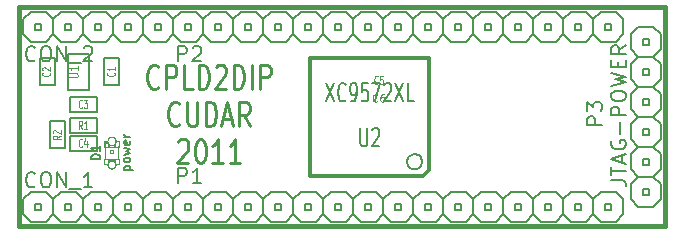
<source format=gto>
G04 (created by PCBNEW-RS274X (2010-03-14)-final) date jue 03 nov 2011 19:09:22 ART*
G01*
G70*
G90*
%MOIN*%
G04 Gerber Fmt 3.4, Leading zero omitted, Abs format*
%FSLAX34Y34*%
G04 APERTURE LIST*
%ADD10C,0.000100*%
%ADD11C,0.015000*%
%ADD12C,0.010000*%
%ADD13C,0.012000*%
%ADD14C,0.008000*%
%ADD15C,0.005000*%
%ADD16C,0.002600*%
%ADD17C,0.004000*%
%ADD18C,0.002000*%
%ADD19C,0.006000*%
%ADD20C,0.006700*%
%ADD21C,0.004200*%
%ADD22C,0.003000*%
G04 APERTURE END LIST*
G54D10*
G54D11*
X76900Y-45850D02*
X76900Y-53150D01*
X76900Y-53150D02*
X55350Y-53150D01*
X55350Y-53150D02*
X55350Y-45850D01*
X55350Y-45850D02*
X76900Y-45850D01*
G54D12*
X60015Y-48498D02*
X59986Y-48536D01*
X59900Y-48574D01*
X59843Y-48574D01*
X59758Y-48536D01*
X59700Y-48460D01*
X59672Y-48383D01*
X59643Y-48231D01*
X59643Y-48117D01*
X59672Y-47964D01*
X59700Y-47888D01*
X59758Y-47812D01*
X59843Y-47774D01*
X59900Y-47774D01*
X59986Y-47812D01*
X60015Y-47850D01*
X60272Y-48574D02*
X60272Y-47774D01*
X60500Y-47774D01*
X60558Y-47812D01*
X60586Y-47850D01*
X60615Y-47926D01*
X60615Y-48040D01*
X60586Y-48117D01*
X60558Y-48155D01*
X60500Y-48193D01*
X60272Y-48193D01*
X61158Y-48574D02*
X60872Y-48574D01*
X60872Y-47774D01*
X61358Y-48574D02*
X61358Y-47774D01*
X61501Y-47774D01*
X61586Y-47812D01*
X61644Y-47888D01*
X61672Y-47964D01*
X61701Y-48117D01*
X61701Y-48231D01*
X61672Y-48383D01*
X61644Y-48460D01*
X61586Y-48536D01*
X61501Y-48574D01*
X61358Y-48574D01*
X61929Y-47850D02*
X61958Y-47812D01*
X62015Y-47774D01*
X62158Y-47774D01*
X62215Y-47812D01*
X62244Y-47850D01*
X62272Y-47926D01*
X62272Y-48002D01*
X62244Y-48117D01*
X61901Y-48574D01*
X62272Y-48574D01*
X62529Y-48574D02*
X62529Y-47774D01*
X62672Y-47774D01*
X62757Y-47812D01*
X62815Y-47888D01*
X62843Y-47964D01*
X62872Y-48117D01*
X62872Y-48231D01*
X62843Y-48383D01*
X62815Y-48460D01*
X62757Y-48536D01*
X62672Y-48574D01*
X62529Y-48574D01*
X63129Y-48574D02*
X63129Y-47774D01*
X63415Y-48574D02*
X63415Y-47774D01*
X63643Y-47774D01*
X63701Y-47812D01*
X63729Y-47850D01*
X63758Y-47926D01*
X63758Y-48040D01*
X63729Y-48117D01*
X63701Y-48155D01*
X63643Y-48193D01*
X63415Y-48193D01*
X60715Y-49738D02*
X60686Y-49776D01*
X60600Y-49814D01*
X60543Y-49814D01*
X60458Y-49776D01*
X60400Y-49700D01*
X60372Y-49623D01*
X60343Y-49471D01*
X60343Y-49357D01*
X60372Y-49204D01*
X60400Y-49128D01*
X60458Y-49052D01*
X60543Y-49014D01*
X60600Y-49014D01*
X60686Y-49052D01*
X60715Y-49090D01*
X60972Y-49014D02*
X60972Y-49661D01*
X61000Y-49738D01*
X61029Y-49776D01*
X61086Y-49814D01*
X61200Y-49814D01*
X61258Y-49776D01*
X61286Y-49738D01*
X61315Y-49661D01*
X61315Y-49014D01*
X61601Y-49814D02*
X61601Y-49014D01*
X61744Y-49014D01*
X61829Y-49052D01*
X61887Y-49128D01*
X61915Y-49204D01*
X61944Y-49357D01*
X61944Y-49471D01*
X61915Y-49623D01*
X61887Y-49700D01*
X61829Y-49776D01*
X61744Y-49814D01*
X61601Y-49814D01*
X62172Y-49585D02*
X62458Y-49585D01*
X62115Y-49814D02*
X62315Y-49014D01*
X62515Y-49814D01*
X63058Y-49814D02*
X62858Y-49433D01*
X62715Y-49814D02*
X62715Y-49014D01*
X62943Y-49014D01*
X63001Y-49052D01*
X63029Y-49090D01*
X63058Y-49166D01*
X63058Y-49280D01*
X63029Y-49357D01*
X63001Y-49395D01*
X62943Y-49433D01*
X62715Y-49433D01*
X60672Y-50330D02*
X60701Y-50292D01*
X60758Y-50254D01*
X60901Y-50254D01*
X60958Y-50292D01*
X60987Y-50330D01*
X61015Y-50406D01*
X61015Y-50482D01*
X60987Y-50597D01*
X60644Y-51054D01*
X61015Y-51054D01*
X61386Y-50254D02*
X61443Y-50254D01*
X61500Y-50292D01*
X61529Y-50330D01*
X61558Y-50406D01*
X61586Y-50559D01*
X61586Y-50749D01*
X61558Y-50901D01*
X61529Y-50978D01*
X61500Y-51016D01*
X61443Y-51054D01*
X61386Y-51054D01*
X61329Y-51016D01*
X61300Y-50978D01*
X61272Y-50901D01*
X61243Y-50749D01*
X61243Y-50559D01*
X61272Y-50406D01*
X61300Y-50330D01*
X61329Y-50292D01*
X61386Y-50254D01*
X62157Y-51054D02*
X61814Y-51054D01*
X61986Y-51054D02*
X61986Y-50254D01*
X61929Y-50368D01*
X61871Y-50444D01*
X61814Y-50482D01*
X62728Y-51054D02*
X62385Y-51054D01*
X62557Y-51054D02*
X62557Y-50254D01*
X62500Y-50368D01*
X62442Y-50444D01*
X62385Y-50482D01*
G54D13*
X65080Y-51470D02*
X65080Y-47530D01*
X65080Y-47530D02*
X69020Y-47530D01*
X69020Y-51280D02*
X69020Y-47530D01*
X68830Y-51470D02*
X65080Y-51470D01*
X69020Y-51280D02*
X68830Y-51470D01*
G54D14*
X68800Y-51000D02*
X68795Y-51048D01*
X68781Y-51095D01*
X68758Y-51138D01*
X68727Y-51176D01*
X68689Y-51207D01*
X68646Y-51230D01*
X68600Y-51244D01*
X68551Y-51249D01*
X68504Y-51245D01*
X68457Y-51231D01*
X68414Y-51209D01*
X68376Y-51178D01*
X68344Y-51141D01*
X68321Y-51098D01*
X68306Y-51051D01*
X68301Y-51003D01*
X68305Y-50955D01*
X68318Y-50908D01*
X68340Y-50865D01*
X68371Y-50827D01*
X68408Y-50795D01*
X68450Y-50771D01*
X68497Y-50756D01*
X68545Y-50751D01*
X68593Y-50754D01*
X68640Y-50767D01*
X68683Y-50789D01*
X68722Y-50819D01*
X68754Y-50856D01*
X68778Y-50899D01*
X68793Y-50945D01*
X68799Y-50994D01*
X68800Y-51000D01*
G54D15*
X57000Y-47400D02*
X57700Y-47400D01*
X57700Y-47400D02*
X57700Y-48600D01*
X57700Y-48600D02*
X57000Y-48600D01*
X57000Y-48600D02*
X57000Y-47400D01*
X58200Y-48450D02*
X58200Y-47550D01*
X58200Y-47550D02*
X58700Y-47550D01*
X58700Y-47550D02*
X58700Y-48450D01*
X58700Y-48450D02*
X58200Y-48450D01*
X56050Y-48450D02*
X56050Y-47550D01*
X56050Y-47550D02*
X56550Y-47550D01*
X56550Y-47550D02*
X56550Y-48450D01*
X56550Y-48450D02*
X56050Y-48450D01*
X57050Y-48850D02*
X57950Y-48850D01*
X57950Y-48850D02*
X57950Y-49350D01*
X57950Y-49350D02*
X57050Y-49350D01*
X57050Y-49350D02*
X57050Y-48850D01*
X57050Y-50150D02*
X57950Y-50150D01*
X57950Y-50150D02*
X57950Y-50650D01*
X57950Y-50650D02*
X57050Y-50650D01*
X57050Y-50650D02*
X57050Y-50150D01*
X57950Y-50050D02*
X57050Y-50050D01*
X57050Y-50050D02*
X57050Y-49550D01*
X57050Y-49550D02*
X57950Y-49550D01*
X57950Y-49550D02*
X57950Y-50050D01*
X56400Y-50550D02*
X56400Y-49650D01*
X56400Y-49650D02*
X56900Y-49650D01*
X56900Y-49650D02*
X56900Y-50550D01*
X56900Y-50550D02*
X56400Y-50550D01*
G54D16*
X58568Y-50504D02*
X58696Y-50504D01*
X58696Y-50504D02*
X58696Y-50307D01*
X58568Y-50307D02*
X58696Y-50307D01*
X58568Y-50504D02*
X58568Y-50307D01*
X58323Y-50504D02*
X58382Y-50504D01*
X58382Y-50504D02*
X58382Y-50405D01*
X58323Y-50405D02*
X58382Y-50405D01*
X58323Y-50504D02*
X58323Y-50405D01*
X58518Y-50504D02*
X58577Y-50504D01*
X58577Y-50504D02*
X58577Y-50405D01*
X58518Y-50405D02*
X58577Y-50405D01*
X58518Y-50504D02*
X58518Y-50405D01*
X58372Y-50504D02*
X58528Y-50504D01*
X58528Y-50504D02*
X58528Y-50435D01*
X58372Y-50435D02*
X58528Y-50435D01*
X58372Y-50504D02*
X58372Y-50435D01*
X58568Y-51093D02*
X58696Y-51093D01*
X58696Y-51093D02*
X58696Y-50896D01*
X58568Y-50896D02*
X58696Y-50896D01*
X58568Y-51093D02*
X58568Y-50896D01*
X58204Y-51093D02*
X58332Y-51093D01*
X58332Y-51093D02*
X58332Y-50896D01*
X58204Y-50896D02*
X58332Y-50896D01*
X58204Y-51093D02*
X58204Y-50896D01*
X58518Y-50995D02*
X58577Y-50995D01*
X58577Y-50995D02*
X58577Y-50896D01*
X58518Y-50896D02*
X58577Y-50896D01*
X58518Y-50995D02*
X58518Y-50896D01*
X58323Y-50995D02*
X58382Y-50995D01*
X58382Y-50995D02*
X58382Y-50896D01*
X58323Y-50896D02*
X58382Y-50896D01*
X58323Y-50995D02*
X58323Y-50896D01*
X58372Y-50965D02*
X58528Y-50965D01*
X58528Y-50965D02*
X58528Y-50896D01*
X58372Y-50896D02*
X58528Y-50896D01*
X58372Y-50965D02*
X58372Y-50896D01*
X58411Y-50700D02*
X58489Y-50700D01*
X58489Y-50700D02*
X58489Y-50622D01*
X58411Y-50622D02*
X58489Y-50622D01*
X58411Y-50700D02*
X58411Y-50622D01*
X58214Y-50504D02*
X58332Y-50504D01*
X58332Y-50504D02*
X58332Y-50386D01*
X58214Y-50386D02*
X58332Y-50386D01*
X58214Y-50504D02*
X58214Y-50386D01*
X58204Y-50336D02*
X58293Y-50336D01*
X58293Y-50336D02*
X58293Y-50307D01*
X58204Y-50307D02*
X58293Y-50307D01*
X58204Y-50336D02*
X58204Y-50307D01*
G54D17*
X58676Y-50494D02*
X58676Y-50906D01*
X58224Y-50896D02*
X58224Y-50336D01*
G54D18*
X58301Y-50366D02*
X58300Y-50371D01*
X58298Y-50376D01*
X58296Y-50381D01*
X58292Y-50385D01*
X58288Y-50389D01*
X58283Y-50391D01*
X58278Y-50393D01*
X58273Y-50393D01*
X58268Y-50393D01*
X58263Y-50391D01*
X58258Y-50389D01*
X58254Y-50386D01*
X58250Y-50381D01*
X58248Y-50377D01*
X58246Y-50371D01*
X58246Y-50366D01*
X58246Y-50361D01*
X58247Y-50356D01*
X58250Y-50351D01*
X58253Y-50347D01*
X58258Y-50344D01*
X58262Y-50341D01*
X58267Y-50339D01*
X58273Y-50339D01*
X58277Y-50339D01*
X58283Y-50340D01*
X58288Y-50343D01*
X58292Y-50346D01*
X58295Y-50350D01*
X58298Y-50355D01*
X58300Y-50360D01*
X58300Y-50366D01*
X58301Y-50366D01*
G54D17*
X58313Y-50307D02*
X58314Y-50318D01*
X58316Y-50330D01*
X58318Y-50342D01*
X58322Y-50353D01*
X58326Y-50364D01*
X58332Y-50375D01*
X58338Y-50385D01*
X58346Y-50395D01*
X58354Y-50403D01*
X58362Y-50411D01*
X58372Y-50419D01*
X58382Y-50425D01*
X58393Y-50431D01*
X58404Y-50435D01*
X58415Y-50439D01*
X58427Y-50441D01*
X58439Y-50443D01*
X58450Y-50444D01*
X58461Y-50443D01*
X58473Y-50441D01*
X58485Y-50439D01*
X58496Y-50435D01*
X58507Y-50431D01*
X58518Y-50425D01*
X58528Y-50419D01*
X58538Y-50411D01*
X58546Y-50403D01*
X58554Y-50395D01*
X58562Y-50385D01*
X58568Y-50375D01*
X58574Y-50364D01*
X58578Y-50353D01*
X58582Y-50342D01*
X58584Y-50330D01*
X58586Y-50318D01*
X58587Y-50307D01*
X58586Y-50296D01*
X58584Y-50284D01*
X58582Y-50272D01*
X58578Y-50261D01*
X58574Y-50250D01*
X58568Y-50239D01*
X58562Y-50229D01*
X58554Y-50219D01*
X58546Y-50211D01*
X58538Y-50203D01*
X58528Y-50195D01*
X58518Y-50189D01*
X58507Y-50183D01*
X58496Y-50179D01*
X58485Y-50175D01*
X58473Y-50173D01*
X58461Y-50171D01*
X58450Y-50170D01*
X58439Y-50171D01*
X58427Y-50173D01*
X58415Y-50175D01*
X58404Y-50179D01*
X58393Y-50183D01*
X58382Y-50189D01*
X58372Y-50195D01*
X58362Y-50203D01*
X58354Y-50211D01*
X58346Y-50219D01*
X58338Y-50229D01*
X58332Y-50239D01*
X58326Y-50250D01*
X58322Y-50261D01*
X58318Y-50272D01*
X58316Y-50284D01*
X58314Y-50296D01*
X58313Y-50307D01*
X58314Y-50318D01*
X58316Y-50330D01*
X58318Y-50342D01*
X58322Y-50353D01*
X58326Y-50364D01*
X58332Y-50375D01*
X58338Y-50385D01*
X58346Y-50395D01*
X58354Y-50403D01*
X58362Y-50411D01*
X58372Y-50419D01*
X58382Y-50425D01*
X58393Y-50431D01*
X58404Y-50435D01*
X58415Y-50439D01*
X58427Y-50441D01*
X58439Y-50443D01*
X58450Y-50444D01*
X58461Y-50443D01*
X58473Y-50441D01*
X58485Y-50439D01*
X58496Y-50435D01*
X58507Y-50431D01*
X58518Y-50425D01*
X58528Y-50419D01*
X58538Y-50411D01*
X58546Y-50403D01*
X58554Y-50395D01*
X58562Y-50385D01*
X58568Y-50375D01*
X58574Y-50364D01*
X58578Y-50353D01*
X58582Y-50342D01*
X58584Y-50330D01*
X58586Y-50318D01*
X58587Y-50307D01*
X58587Y-51093D02*
X58586Y-51082D01*
X58584Y-51070D01*
X58582Y-51058D01*
X58578Y-51047D01*
X58574Y-51036D01*
X58568Y-51025D01*
X58562Y-51015D01*
X58554Y-51005D01*
X58546Y-50997D01*
X58538Y-50989D01*
X58528Y-50981D01*
X58518Y-50975D01*
X58507Y-50969D01*
X58496Y-50965D01*
X58485Y-50961D01*
X58473Y-50959D01*
X58461Y-50957D01*
X58450Y-50956D01*
X58439Y-50957D01*
X58427Y-50959D01*
X58415Y-50961D01*
X58404Y-50965D01*
X58393Y-50969D01*
X58382Y-50975D01*
X58372Y-50981D01*
X58362Y-50989D01*
X58354Y-50997D01*
X58346Y-51005D01*
X58338Y-51015D01*
X58332Y-51025D01*
X58326Y-51036D01*
X58322Y-51047D01*
X58318Y-51058D01*
X58316Y-51070D01*
X58314Y-51082D01*
X58313Y-51093D01*
X58314Y-51104D01*
X58316Y-51116D01*
X58318Y-51128D01*
X58322Y-51139D01*
X58326Y-51150D01*
X58332Y-51161D01*
X58338Y-51171D01*
X58346Y-51181D01*
X58354Y-51189D01*
X58362Y-51197D01*
X58372Y-51205D01*
X58382Y-51211D01*
X58393Y-51217D01*
X58404Y-51221D01*
X58415Y-51225D01*
X58427Y-51227D01*
X58439Y-51229D01*
X58450Y-51230D01*
X58461Y-51229D01*
X58473Y-51227D01*
X58485Y-51225D01*
X58496Y-51221D01*
X58507Y-51217D01*
X58518Y-51211D01*
X58528Y-51205D01*
X58538Y-51197D01*
X58546Y-51189D01*
X58554Y-51181D01*
X58562Y-51171D01*
X58568Y-51161D01*
X58574Y-51150D01*
X58578Y-51139D01*
X58582Y-51128D01*
X58584Y-51116D01*
X58586Y-51104D01*
X58587Y-51093D01*
X58586Y-51082D01*
X58584Y-51070D01*
X58582Y-51058D01*
X58578Y-51047D01*
X58574Y-51036D01*
X58568Y-51025D01*
X58562Y-51015D01*
X58554Y-51005D01*
X58546Y-50997D01*
X58538Y-50989D01*
X58528Y-50981D01*
X58518Y-50975D01*
X58507Y-50969D01*
X58496Y-50965D01*
X58485Y-50961D01*
X58473Y-50959D01*
X58461Y-50957D01*
X58450Y-50956D01*
X58439Y-50957D01*
X58427Y-50959D01*
X58415Y-50961D01*
X58404Y-50965D01*
X58393Y-50969D01*
X58382Y-50975D01*
X58372Y-50981D01*
X58362Y-50989D01*
X58354Y-50997D01*
X58346Y-51005D01*
X58338Y-51015D01*
X58332Y-51025D01*
X58326Y-51036D01*
X58322Y-51047D01*
X58318Y-51058D01*
X58316Y-51070D01*
X58314Y-51082D01*
X58313Y-51093D01*
G54D14*
X73900Y-52600D02*
X74100Y-52600D01*
X74100Y-52600D02*
X74100Y-52400D01*
X73900Y-52400D02*
X74100Y-52400D01*
X73900Y-52600D02*
X73900Y-52400D01*
X72900Y-52600D02*
X73100Y-52600D01*
X73100Y-52600D02*
X73100Y-52400D01*
X72900Y-52400D02*
X73100Y-52400D01*
X72900Y-52600D02*
X72900Y-52400D01*
X71900Y-52600D02*
X72100Y-52600D01*
X72100Y-52600D02*
X72100Y-52400D01*
X71900Y-52400D02*
X72100Y-52400D01*
X71900Y-52600D02*
X71900Y-52400D01*
X70900Y-52600D02*
X71100Y-52600D01*
X71100Y-52600D02*
X71100Y-52400D01*
X70900Y-52400D02*
X71100Y-52400D01*
X70900Y-52600D02*
X70900Y-52400D01*
X69900Y-52600D02*
X70100Y-52600D01*
X70100Y-52600D02*
X70100Y-52400D01*
X69900Y-52400D02*
X70100Y-52400D01*
X69900Y-52600D02*
X69900Y-52400D01*
X68900Y-52600D02*
X69100Y-52600D01*
X69100Y-52600D02*
X69100Y-52400D01*
X68900Y-52400D02*
X69100Y-52400D01*
X68900Y-52600D02*
X68900Y-52400D01*
X67900Y-52600D02*
X68100Y-52600D01*
X68100Y-52600D02*
X68100Y-52400D01*
X67900Y-52400D02*
X68100Y-52400D01*
X67900Y-52600D02*
X67900Y-52400D01*
X66900Y-52600D02*
X67100Y-52600D01*
X67100Y-52600D02*
X67100Y-52400D01*
X66900Y-52400D02*
X67100Y-52400D01*
X66900Y-52600D02*
X66900Y-52400D01*
X65900Y-52600D02*
X66100Y-52600D01*
X66100Y-52600D02*
X66100Y-52400D01*
X65900Y-52400D02*
X66100Y-52400D01*
X65900Y-52600D02*
X65900Y-52400D01*
X64900Y-52600D02*
X65100Y-52600D01*
X65100Y-52600D02*
X65100Y-52400D01*
X64900Y-52400D02*
X65100Y-52400D01*
X64900Y-52600D02*
X64900Y-52400D01*
X63900Y-52600D02*
X64100Y-52600D01*
X64100Y-52600D02*
X64100Y-52400D01*
X63900Y-52400D02*
X64100Y-52400D01*
X63900Y-52600D02*
X63900Y-52400D01*
X62900Y-52600D02*
X63100Y-52600D01*
X63100Y-52600D02*
X63100Y-52400D01*
X62900Y-52400D02*
X63100Y-52400D01*
X62900Y-52600D02*
X62900Y-52400D01*
X61900Y-52600D02*
X62100Y-52600D01*
X62100Y-52600D02*
X62100Y-52400D01*
X61900Y-52400D02*
X62100Y-52400D01*
X61900Y-52600D02*
X61900Y-52400D01*
X60900Y-52600D02*
X61100Y-52600D01*
X61100Y-52600D02*
X61100Y-52400D01*
X60900Y-52400D02*
X61100Y-52400D01*
X60900Y-52600D02*
X60900Y-52400D01*
X59900Y-52600D02*
X60100Y-52600D01*
X60100Y-52600D02*
X60100Y-52400D01*
X59900Y-52400D02*
X60100Y-52400D01*
X59900Y-52600D02*
X59900Y-52400D01*
X58900Y-52600D02*
X59100Y-52600D01*
X59100Y-52600D02*
X59100Y-52400D01*
X58900Y-52400D02*
X59100Y-52400D01*
X58900Y-52600D02*
X58900Y-52400D01*
X57900Y-52600D02*
X58100Y-52600D01*
X58100Y-52600D02*
X58100Y-52400D01*
X57900Y-52400D02*
X58100Y-52400D01*
X57900Y-52600D02*
X57900Y-52400D01*
X56900Y-52600D02*
X57100Y-52600D01*
X57100Y-52600D02*
X57100Y-52400D01*
X56900Y-52400D02*
X57100Y-52400D01*
X56900Y-52600D02*
X56900Y-52400D01*
X55900Y-52600D02*
X56100Y-52600D01*
X56100Y-52600D02*
X56100Y-52400D01*
X55900Y-52400D02*
X56100Y-52400D01*
X55900Y-52600D02*
X55900Y-52400D01*
X74900Y-52600D02*
X75100Y-52600D01*
X75100Y-52600D02*
X75100Y-52400D01*
X74900Y-52400D02*
X75100Y-52400D01*
X74900Y-52600D02*
X74900Y-52400D01*
G54D19*
X73750Y-52000D02*
X74250Y-52000D01*
X74250Y-52000D02*
X74500Y-52250D01*
X74500Y-52250D02*
X74500Y-52750D01*
X74500Y-52750D02*
X74250Y-53000D01*
X72500Y-52250D02*
X72750Y-52000D01*
X72750Y-52000D02*
X73250Y-52000D01*
X73250Y-52000D02*
X73500Y-52250D01*
X73500Y-52250D02*
X73500Y-52750D01*
X73500Y-52750D02*
X73250Y-53000D01*
X73250Y-53000D02*
X72750Y-53000D01*
X72750Y-53000D02*
X72500Y-52750D01*
X73750Y-52000D02*
X73500Y-52250D01*
X73500Y-52750D02*
X73750Y-53000D01*
X74250Y-53000D02*
X73750Y-53000D01*
X70750Y-52000D02*
X71250Y-52000D01*
X71250Y-52000D02*
X71500Y-52250D01*
X71500Y-52250D02*
X71500Y-52750D01*
X71500Y-52750D02*
X71250Y-53000D01*
X71500Y-52250D02*
X71750Y-52000D01*
X71750Y-52000D02*
X72250Y-52000D01*
X72250Y-52000D02*
X72500Y-52250D01*
X72500Y-52250D02*
X72500Y-52750D01*
X72500Y-52750D02*
X72250Y-53000D01*
X72250Y-53000D02*
X71750Y-53000D01*
X71750Y-53000D02*
X71500Y-52750D01*
X69500Y-52250D02*
X69750Y-52000D01*
X69750Y-52000D02*
X70250Y-52000D01*
X70250Y-52000D02*
X70500Y-52250D01*
X70500Y-52250D02*
X70500Y-52750D01*
X70500Y-52750D02*
X70250Y-53000D01*
X70250Y-53000D02*
X69750Y-53000D01*
X69750Y-53000D02*
X69500Y-52750D01*
X70750Y-52000D02*
X70500Y-52250D01*
X70500Y-52750D02*
X70750Y-53000D01*
X71250Y-53000D02*
X70750Y-53000D01*
X67750Y-52000D02*
X68250Y-52000D01*
X68250Y-52000D02*
X68500Y-52250D01*
X68500Y-52250D02*
X68500Y-52750D01*
X68500Y-52750D02*
X68250Y-53000D01*
X68500Y-52250D02*
X68750Y-52000D01*
X68750Y-52000D02*
X69250Y-52000D01*
X69250Y-52000D02*
X69500Y-52250D01*
X69500Y-52250D02*
X69500Y-52750D01*
X69500Y-52750D02*
X69250Y-53000D01*
X69250Y-53000D02*
X68750Y-53000D01*
X68750Y-53000D02*
X68500Y-52750D01*
X66500Y-52250D02*
X66750Y-52000D01*
X66750Y-52000D02*
X67250Y-52000D01*
X67250Y-52000D02*
X67500Y-52250D01*
X67500Y-52250D02*
X67500Y-52750D01*
X67500Y-52750D02*
X67250Y-53000D01*
X67250Y-53000D02*
X66750Y-53000D01*
X66750Y-53000D02*
X66500Y-52750D01*
X67750Y-52000D02*
X67500Y-52250D01*
X67500Y-52750D02*
X67750Y-53000D01*
X68250Y-53000D02*
X67750Y-53000D01*
X64750Y-52000D02*
X65250Y-52000D01*
X65250Y-52000D02*
X65500Y-52250D01*
X65500Y-52250D02*
X65500Y-52750D01*
X65500Y-52750D02*
X65250Y-53000D01*
X65500Y-52250D02*
X65750Y-52000D01*
X65750Y-52000D02*
X66250Y-52000D01*
X66250Y-52000D02*
X66500Y-52250D01*
X66500Y-52250D02*
X66500Y-52750D01*
X66500Y-52750D02*
X66250Y-53000D01*
X66250Y-53000D02*
X65750Y-53000D01*
X65750Y-53000D02*
X65500Y-52750D01*
X63500Y-52250D02*
X63750Y-52000D01*
X63750Y-52000D02*
X64250Y-52000D01*
X64250Y-52000D02*
X64500Y-52250D01*
X64500Y-52250D02*
X64500Y-52750D01*
X64500Y-52750D02*
X64250Y-53000D01*
X64250Y-53000D02*
X63750Y-53000D01*
X63750Y-53000D02*
X63500Y-52750D01*
X64750Y-52000D02*
X64500Y-52250D01*
X64500Y-52750D02*
X64750Y-53000D01*
X65250Y-53000D02*
X64750Y-53000D01*
X61750Y-52000D02*
X62250Y-52000D01*
X62250Y-52000D02*
X62500Y-52250D01*
X62500Y-52250D02*
X62500Y-52750D01*
X62500Y-52750D02*
X62250Y-53000D01*
X62500Y-52250D02*
X62750Y-52000D01*
X62750Y-52000D02*
X63250Y-52000D01*
X63250Y-52000D02*
X63500Y-52250D01*
X63500Y-52250D02*
X63500Y-52750D01*
X63500Y-52750D02*
X63250Y-53000D01*
X63250Y-53000D02*
X62750Y-53000D01*
X62750Y-53000D02*
X62500Y-52750D01*
X60500Y-52250D02*
X60750Y-52000D01*
X60750Y-52000D02*
X61250Y-52000D01*
X61250Y-52000D02*
X61500Y-52250D01*
X61500Y-52250D02*
X61500Y-52750D01*
X61500Y-52750D02*
X61250Y-53000D01*
X61250Y-53000D02*
X60750Y-53000D01*
X60750Y-53000D02*
X60500Y-52750D01*
X61750Y-52000D02*
X61500Y-52250D01*
X61500Y-52750D02*
X61750Y-53000D01*
X62250Y-53000D02*
X61750Y-53000D01*
X58750Y-52000D02*
X59250Y-52000D01*
X59250Y-52000D02*
X59500Y-52250D01*
X59500Y-52250D02*
X59500Y-52750D01*
X59500Y-52750D02*
X59250Y-53000D01*
X59500Y-52250D02*
X59750Y-52000D01*
X59750Y-52000D02*
X60250Y-52000D01*
X60250Y-52000D02*
X60500Y-52250D01*
X60500Y-52250D02*
X60500Y-52750D01*
X60500Y-52750D02*
X60250Y-53000D01*
X60250Y-53000D02*
X59750Y-53000D01*
X59750Y-53000D02*
X59500Y-52750D01*
X57500Y-52250D02*
X57750Y-52000D01*
X57750Y-52000D02*
X58250Y-52000D01*
X58250Y-52000D02*
X58500Y-52250D01*
X58500Y-52250D02*
X58500Y-52750D01*
X58500Y-52750D02*
X58250Y-53000D01*
X58250Y-53000D02*
X57750Y-53000D01*
X57750Y-53000D02*
X57500Y-52750D01*
X58750Y-52000D02*
X58500Y-52250D01*
X58500Y-52750D02*
X58750Y-53000D01*
X59250Y-53000D02*
X58750Y-53000D01*
X55750Y-52000D02*
X56250Y-52000D01*
X56250Y-52000D02*
X56500Y-52250D01*
X56500Y-52250D02*
X56500Y-52750D01*
X56500Y-52750D02*
X56250Y-53000D01*
X56500Y-52250D02*
X56750Y-52000D01*
X56750Y-52000D02*
X57250Y-52000D01*
X57250Y-52000D02*
X57500Y-52250D01*
X57500Y-52250D02*
X57500Y-52750D01*
X57500Y-52750D02*
X57250Y-53000D01*
X57250Y-53000D02*
X56750Y-53000D01*
X56750Y-53000D02*
X56500Y-52750D01*
X55500Y-52250D02*
X55500Y-52750D01*
X55750Y-52000D02*
X55500Y-52250D01*
X55500Y-52750D02*
X55750Y-53000D01*
X56250Y-53000D02*
X55750Y-53000D01*
X74750Y-52000D02*
X75250Y-52000D01*
X75250Y-52000D02*
X75500Y-52250D01*
X75500Y-52250D02*
X75500Y-52750D01*
X75500Y-52750D02*
X75250Y-53000D01*
X74750Y-52000D02*
X74500Y-52250D01*
X74500Y-52750D02*
X74750Y-53000D01*
X75250Y-53000D02*
X74750Y-53000D01*
G54D14*
X73900Y-46600D02*
X74100Y-46600D01*
X74100Y-46600D02*
X74100Y-46400D01*
X73900Y-46400D02*
X74100Y-46400D01*
X73900Y-46600D02*
X73900Y-46400D01*
X72900Y-46600D02*
X73100Y-46600D01*
X73100Y-46600D02*
X73100Y-46400D01*
X72900Y-46400D02*
X73100Y-46400D01*
X72900Y-46600D02*
X72900Y-46400D01*
X71900Y-46600D02*
X72100Y-46600D01*
X72100Y-46600D02*
X72100Y-46400D01*
X71900Y-46400D02*
X72100Y-46400D01*
X71900Y-46600D02*
X71900Y-46400D01*
X70900Y-46600D02*
X71100Y-46600D01*
X71100Y-46600D02*
X71100Y-46400D01*
X70900Y-46400D02*
X71100Y-46400D01*
X70900Y-46600D02*
X70900Y-46400D01*
X69900Y-46600D02*
X70100Y-46600D01*
X70100Y-46600D02*
X70100Y-46400D01*
X69900Y-46400D02*
X70100Y-46400D01*
X69900Y-46600D02*
X69900Y-46400D01*
X68900Y-46600D02*
X69100Y-46600D01*
X69100Y-46600D02*
X69100Y-46400D01*
X68900Y-46400D02*
X69100Y-46400D01*
X68900Y-46600D02*
X68900Y-46400D01*
X67900Y-46600D02*
X68100Y-46600D01*
X68100Y-46600D02*
X68100Y-46400D01*
X67900Y-46400D02*
X68100Y-46400D01*
X67900Y-46600D02*
X67900Y-46400D01*
X66900Y-46600D02*
X67100Y-46600D01*
X67100Y-46600D02*
X67100Y-46400D01*
X66900Y-46400D02*
X67100Y-46400D01*
X66900Y-46600D02*
X66900Y-46400D01*
X65900Y-46600D02*
X66100Y-46600D01*
X66100Y-46600D02*
X66100Y-46400D01*
X65900Y-46400D02*
X66100Y-46400D01*
X65900Y-46600D02*
X65900Y-46400D01*
X64900Y-46600D02*
X65100Y-46600D01*
X65100Y-46600D02*
X65100Y-46400D01*
X64900Y-46400D02*
X65100Y-46400D01*
X64900Y-46600D02*
X64900Y-46400D01*
X63900Y-46600D02*
X64100Y-46600D01*
X64100Y-46600D02*
X64100Y-46400D01*
X63900Y-46400D02*
X64100Y-46400D01*
X63900Y-46600D02*
X63900Y-46400D01*
X62900Y-46600D02*
X63100Y-46600D01*
X63100Y-46600D02*
X63100Y-46400D01*
X62900Y-46400D02*
X63100Y-46400D01*
X62900Y-46600D02*
X62900Y-46400D01*
X61900Y-46600D02*
X62100Y-46600D01*
X62100Y-46600D02*
X62100Y-46400D01*
X61900Y-46400D02*
X62100Y-46400D01*
X61900Y-46600D02*
X61900Y-46400D01*
X60900Y-46600D02*
X61100Y-46600D01*
X61100Y-46600D02*
X61100Y-46400D01*
X60900Y-46400D02*
X61100Y-46400D01*
X60900Y-46600D02*
X60900Y-46400D01*
X59900Y-46600D02*
X60100Y-46600D01*
X60100Y-46600D02*
X60100Y-46400D01*
X59900Y-46400D02*
X60100Y-46400D01*
X59900Y-46600D02*
X59900Y-46400D01*
X58900Y-46600D02*
X59100Y-46600D01*
X59100Y-46600D02*
X59100Y-46400D01*
X58900Y-46400D02*
X59100Y-46400D01*
X58900Y-46600D02*
X58900Y-46400D01*
X57900Y-46600D02*
X58100Y-46600D01*
X58100Y-46600D02*
X58100Y-46400D01*
X57900Y-46400D02*
X58100Y-46400D01*
X57900Y-46600D02*
X57900Y-46400D01*
X56900Y-46600D02*
X57100Y-46600D01*
X57100Y-46600D02*
X57100Y-46400D01*
X56900Y-46400D02*
X57100Y-46400D01*
X56900Y-46600D02*
X56900Y-46400D01*
X55900Y-46600D02*
X56100Y-46600D01*
X56100Y-46600D02*
X56100Y-46400D01*
X55900Y-46400D02*
X56100Y-46400D01*
X55900Y-46600D02*
X55900Y-46400D01*
X74900Y-46600D02*
X75100Y-46600D01*
X75100Y-46600D02*
X75100Y-46400D01*
X74900Y-46400D02*
X75100Y-46400D01*
X74900Y-46600D02*
X74900Y-46400D01*
G54D19*
X73750Y-46000D02*
X74250Y-46000D01*
X74250Y-46000D02*
X74500Y-46250D01*
X74500Y-46250D02*
X74500Y-46750D01*
X74500Y-46750D02*
X74250Y-47000D01*
X72500Y-46250D02*
X72750Y-46000D01*
X72750Y-46000D02*
X73250Y-46000D01*
X73250Y-46000D02*
X73500Y-46250D01*
X73500Y-46250D02*
X73500Y-46750D01*
X73500Y-46750D02*
X73250Y-47000D01*
X73250Y-47000D02*
X72750Y-47000D01*
X72750Y-47000D02*
X72500Y-46750D01*
X73750Y-46000D02*
X73500Y-46250D01*
X73500Y-46750D02*
X73750Y-47000D01*
X74250Y-47000D02*
X73750Y-47000D01*
X70750Y-46000D02*
X71250Y-46000D01*
X71250Y-46000D02*
X71500Y-46250D01*
X71500Y-46250D02*
X71500Y-46750D01*
X71500Y-46750D02*
X71250Y-47000D01*
X71500Y-46250D02*
X71750Y-46000D01*
X71750Y-46000D02*
X72250Y-46000D01*
X72250Y-46000D02*
X72500Y-46250D01*
X72500Y-46250D02*
X72500Y-46750D01*
X72500Y-46750D02*
X72250Y-47000D01*
X72250Y-47000D02*
X71750Y-47000D01*
X71750Y-47000D02*
X71500Y-46750D01*
X69500Y-46250D02*
X69750Y-46000D01*
X69750Y-46000D02*
X70250Y-46000D01*
X70250Y-46000D02*
X70500Y-46250D01*
X70500Y-46250D02*
X70500Y-46750D01*
X70500Y-46750D02*
X70250Y-47000D01*
X70250Y-47000D02*
X69750Y-47000D01*
X69750Y-47000D02*
X69500Y-46750D01*
X70750Y-46000D02*
X70500Y-46250D01*
X70500Y-46750D02*
X70750Y-47000D01*
X71250Y-47000D02*
X70750Y-47000D01*
X67750Y-46000D02*
X68250Y-46000D01*
X68250Y-46000D02*
X68500Y-46250D01*
X68500Y-46250D02*
X68500Y-46750D01*
X68500Y-46750D02*
X68250Y-47000D01*
X68500Y-46250D02*
X68750Y-46000D01*
X68750Y-46000D02*
X69250Y-46000D01*
X69250Y-46000D02*
X69500Y-46250D01*
X69500Y-46250D02*
X69500Y-46750D01*
X69500Y-46750D02*
X69250Y-47000D01*
X69250Y-47000D02*
X68750Y-47000D01*
X68750Y-47000D02*
X68500Y-46750D01*
X66500Y-46250D02*
X66750Y-46000D01*
X66750Y-46000D02*
X67250Y-46000D01*
X67250Y-46000D02*
X67500Y-46250D01*
X67500Y-46250D02*
X67500Y-46750D01*
X67500Y-46750D02*
X67250Y-47000D01*
X67250Y-47000D02*
X66750Y-47000D01*
X66750Y-47000D02*
X66500Y-46750D01*
X67750Y-46000D02*
X67500Y-46250D01*
X67500Y-46750D02*
X67750Y-47000D01*
X68250Y-47000D02*
X67750Y-47000D01*
X64750Y-46000D02*
X65250Y-46000D01*
X65250Y-46000D02*
X65500Y-46250D01*
X65500Y-46250D02*
X65500Y-46750D01*
X65500Y-46750D02*
X65250Y-47000D01*
X65500Y-46250D02*
X65750Y-46000D01*
X65750Y-46000D02*
X66250Y-46000D01*
X66250Y-46000D02*
X66500Y-46250D01*
X66500Y-46250D02*
X66500Y-46750D01*
X66500Y-46750D02*
X66250Y-47000D01*
X66250Y-47000D02*
X65750Y-47000D01*
X65750Y-47000D02*
X65500Y-46750D01*
X63500Y-46250D02*
X63750Y-46000D01*
X63750Y-46000D02*
X64250Y-46000D01*
X64250Y-46000D02*
X64500Y-46250D01*
X64500Y-46250D02*
X64500Y-46750D01*
X64500Y-46750D02*
X64250Y-47000D01*
X64250Y-47000D02*
X63750Y-47000D01*
X63750Y-47000D02*
X63500Y-46750D01*
X64750Y-46000D02*
X64500Y-46250D01*
X64500Y-46750D02*
X64750Y-47000D01*
X65250Y-47000D02*
X64750Y-47000D01*
X61750Y-46000D02*
X62250Y-46000D01*
X62250Y-46000D02*
X62500Y-46250D01*
X62500Y-46250D02*
X62500Y-46750D01*
X62500Y-46750D02*
X62250Y-47000D01*
X62500Y-46250D02*
X62750Y-46000D01*
X62750Y-46000D02*
X63250Y-46000D01*
X63250Y-46000D02*
X63500Y-46250D01*
X63500Y-46250D02*
X63500Y-46750D01*
X63500Y-46750D02*
X63250Y-47000D01*
X63250Y-47000D02*
X62750Y-47000D01*
X62750Y-47000D02*
X62500Y-46750D01*
X60500Y-46250D02*
X60750Y-46000D01*
X60750Y-46000D02*
X61250Y-46000D01*
X61250Y-46000D02*
X61500Y-46250D01*
X61500Y-46250D02*
X61500Y-46750D01*
X61500Y-46750D02*
X61250Y-47000D01*
X61250Y-47000D02*
X60750Y-47000D01*
X60750Y-47000D02*
X60500Y-46750D01*
X61750Y-46000D02*
X61500Y-46250D01*
X61500Y-46750D02*
X61750Y-47000D01*
X62250Y-47000D02*
X61750Y-47000D01*
X58750Y-46000D02*
X59250Y-46000D01*
X59250Y-46000D02*
X59500Y-46250D01*
X59500Y-46250D02*
X59500Y-46750D01*
X59500Y-46750D02*
X59250Y-47000D01*
X59500Y-46250D02*
X59750Y-46000D01*
X59750Y-46000D02*
X60250Y-46000D01*
X60250Y-46000D02*
X60500Y-46250D01*
X60500Y-46250D02*
X60500Y-46750D01*
X60500Y-46750D02*
X60250Y-47000D01*
X60250Y-47000D02*
X59750Y-47000D01*
X59750Y-47000D02*
X59500Y-46750D01*
X57500Y-46250D02*
X57750Y-46000D01*
X57750Y-46000D02*
X58250Y-46000D01*
X58250Y-46000D02*
X58500Y-46250D01*
X58500Y-46250D02*
X58500Y-46750D01*
X58500Y-46750D02*
X58250Y-47000D01*
X58250Y-47000D02*
X57750Y-47000D01*
X57750Y-47000D02*
X57500Y-46750D01*
X58750Y-46000D02*
X58500Y-46250D01*
X58500Y-46750D02*
X58750Y-47000D01*
X59250Y-47000D02*
X58750Y-47000D01*
X55750Y-46000D02*
X56250Y-46000D01*
X56250Y-46000D02*
X56500Y-46250D01*
X56500Y-46250D02*
X56500Y-46750D01*
X56500Y-46750D02*
X56250Y-47000D01*
X56500Y-46250D02*
X56750Y-46000D01*
X56750Y-46000D02*
X57250Y-46000D01*
X57250Y-46000D02*
X57500Y-46250D01*
X57500Y-46250D02*
X57500Y-46750D01*
X57500Y-46750D02*
X57250Y-47000D01*
X57250Y-47000D02*
X56750Y-47000D01*
X56750Y-47000D02*
X56500Y-46750D01*
X55500Y-46250D02*
X55500Y-46750D01*
X55750Y-46000D02*
X55500Y-46250D01*
X55500Y-46750D02*
X55750Y-47000D01*
X56250Y-47000D02*
X55750Y-47000D01*
X74750Y-46000D02*
X75250Y-46000D01*
X75250Y-46000D02*
X75500Y-46250D01*
X75500Y-46250D02*
X75500Y-46750D01*
X75500Y-46750D02*
X75250Y-47000D01*
X74750Y-46000D02*
X74500Y-46250D01*
X74500Y-46750D02*
X74750Y-47000D01*
X75250Y-47000D02*
X74750Y-47000D01*
G54D14*
X76150Y-50900D02*
X76150Y-51100D01*
X76150Y-51100D02*
X76350Y-51100D01*
X76350Y-50900D02*
X76350Y-51100D01*
X76150Y-50900D02*
X76350Y-50900D01*
X76150Y-49900D02*
X76150Y-50100D01*
X76150Y-50100D02*
X76350Y-50100D01*
X76350Y-49900D02*
X76350Y-50100D01*
X76150Y-49900D02*
X76350Y-49900D01*
X76150Y-48900D02*
X76150Y-49100D01*
X76150Y-49100D02*
X76350Y-49100D01*
X76350Y-48900D02*
X76350Y-49100D01*
X76150Y-48900D02*
X76350Y-48900D01*
X76150Y-47900D02*
X76150Y-48100D01*
X76150Y-48100D02*
X76350Y-48100D01*
X76350Y-47900D02*
X76350Y-48100D01*
X76150Y-47900D02*
X76350Y-47900D01*
X76150Y-46900D02*
X76150Y-47100D01*
X76150Y-47100D02*
X76350Y-47100D01*
X76350Y-46900D02*
X76350Y-47100D01*
X76150Y-46900D02*
X76350Y-46900D01*
X76150Y-51900D02*
X76150Y-52100D01*
X76150Y-52100D02*
X76350Y-52100D01*
X76350Y-51900D02*
X76350Y-52100D01*
X76150Y-51900D02*
X76350Y-51900D01*
G54D19*
X76750Y-49750D02*
X76750Y-50250D01*
X76750Y-50250D02*
X76500Y-50500D01*
X76500Y-50500D02*
X76000Y-50500D01*
X76000Y-50500D02*
X75750Y-50250D01*
X76500Y-50500D02*
X76750Y-50750D01*
X76750Y-50750D02*
X76750Y-51250D01*
X76750Y-51250D02*
X76500Y-51500D01*
X76500Y-51500D02*
X76000Y-51500D01*
X76000Y-51500D02*
X75750Y-51250D01*
X75750Y-51250D02*
X75750Y-50750D01*
X75750Y-50750D02*
X76000Y-50500D01*
X76500Y-48500D02*
X76750Y-48750D01*
X76750Y-48750D02*
X76750Y-49250D01*
X76750Y-49250D02*
X76500Y-49500D01*
X76500Y-49500D02*
X76000Y-49500D01*
X76000Y-49500D02*
X75750Y-49250D01*
X75750Y-49250D02*
X75750Y-48750D01*
X75750Y-48750D02*
X76000Y-48500D01*
X76750Y-49750D02*
X76500Y-49500D01*
X76000Y-49500D02*
X75750Y-49750D01*
X75750Y-50250D02*
X75750Y-49750D01*
X76750Y-46750D02*
X76750Y-47250D01*
X76750Y-47250D02*
X76500Y-47500D01*
X76500Y-47500D02*
X76000Y-47500D01*
X76000Y-47500D02*
X75750Y-47250D01*
X76500Y-47500D02*
X76750Y-47750D01*
X76750Y-47750D02*
X76750Y-48250D01*
X76750Y-48250D02*
X76500Y-48500D01*
X76500Y-48500D02*
X76000Y-48500D01*
X76000Y-48500D02*
X75750Y-48250D01*
X75750Y-48250D02*
X75750Y-47750D01*
X75750Y-47750D02*
X76000Y-47500D01*
X76500Y-46500D02*
X76000Y-46500D01*
X76750Y-46750D02*
X76500Y-46500D01*
X76000Y-46500D02*
X75750Y-46750D01*
X75750Y-47250D02*
X75750Y-46750D01*
X76750Y-51750D02*
X76750Y-52250D01*
X76750Y-52250D02*
X76500Y-52500D01*
X76500Y-52500D02*
X76000Y-52500D01*
X76000Y-52500D02*
X75750Y-52250D01*
X76750Y-51750D02*
X76500Y-51500D01*
X76000Y-51500D02*
X75750Y-51750D01*
X75750Y-52250D02*
X75750Y-51750D01*
G54D20*
X66745Y-49893D02*
X66745Y-50379D01*
X66764Y-50436D01*
X66783Y-50464D01*
X66821Y-50493D01*
X66898Y-50493D01*
X66936Y-50464D01*
X66955Y-50436D01*
X66974Y-50379D01*
X66974Y-49893D01*
X67145Y-49950D02*
X67164Y-49921D01*
X67202Y-49893D01*
X67298Y-49893D01*
X67336Y-49921D01*
X67355Y-49950D01*
X67374Y-50007D01*
X67374Y-50064D01*
X67355Y-50150D01*
X67126Y-50493D01*
X67374Y-50493D01*
X65602Y-48393D02*
X65869Y-48993D01*
X65869Y-48393D02*
X65602Y-48993D01*
X66250Y-48936D02*
X66231Y-48964D01*
X66174Y-48993D01*
X66136Y-48993D01*
X66078Y-48964D01*
X66040Y-48907D01*
X66021Y-48850D01*
X66002Y-48736D01*
X66002Y-48650D01*
X66021Y-48536D01*
X66040Y-48479D01*
X66078Y-48421D01*
X66136Y-48393D01*
X66174Y-48393D01*
X66231Y-48421D01*
X66250Y-48450D01*
X66440Y-48993D02*
X66516Y-48993D01*
X66555Y-48964D01*
X66574Y-48936D01*
X66612Y-48850D01*
X66631Y-48736D01*
X66631Y-48507D01*
X66612Y-48450D01*
X66593Y-48421D01*
X66555Y-48393D01*
X66478Y-48393D01*
X66440Y-48421D01*
X66421Y-48450D01*
X66402Y-48507D01*
X66402Y-48650D01*
X66421Y-48707D01*
X66440Y-48736D01*
X66478Y-48764D01*
X66555Y-48764D01*
X66593Y-48736D01*
X66612Y-48707D01*
X66631Y-48650D01*
X66993Y-48393D02*
X66802Y-48393D01*
X66783Y-48679D01*
X66802Y-48650D01*
X66840Y-48621D01*
X66936Y-48621D01*
X66974Y-48650D01*
X66993Y-48679D01*
X67012Y-48736D01*
X67012Y-48879D01*
X66993Y-48936D01*
X66974Y-48964D01*
X66936Y-48993D01*
X66840Y-48993D01*
X66802Y-48964D01*
X66783Y-48936D01*
X67145Y-48393D02*
X67412Y-48393D01*
X67240Y-48993D01*
X67545Y-48450D02*
X67564Y-48421D01*
X67602Y-48393D01*
X67698Y-48393D01*
X67736Y-48421D01*
X67755Y-48450D01*
X67774Y-48507D01*
X67774Y-48564D01*
X67755Y-48650D01*
X67526Y-48993D01*
X67774Y-48993D01*
X67907Y-48393D02*
X68174Y-48993D01*
X68174Y-48393D02*
X67907Y-48993D01*
X68517Y-48993D02*
X68326Y-48993D01*
X68326Y-48393D01*
G54D21*
X57021Y-48190D02*
X57264Y-48190D01*
X57293Y-48179D01*
X57307Y-48167D01*
X57321Y-48143D01*
X57321Y-48095D01*
X57307Y-48071D01*
X57293Y-48060D01*
X57264Y-48048D01*
X57021Y-48048D01*
X57321Y-47798D02*
X57321Y-47940D01*
X57321Y-47869D02*
X57021Y-47869D01*
X57064Y-47893D01*
X57093Y-47917D01*
X57107Y-47940D01*
X67308Y-48977D02*
X67296Y-48989D01*
X67261Y-49001D01*
X67237Y-49001D01*
X67201Y-48989D01*
X67177Y-48965D01*
X67166Y-48942D01*
X67154Y-48894D01*
X67154Y-48858D01*
X67166Y-48811D01*
X67177Y-48787D01*
X67201Y-48763D01*
X67237Y-48751D01*
X67261Y-48751D01*
X67296Y-48763D01*
X67308Y-48775D01*
X67523Y-48751D02*
X67475Y-48751D01*
X67451Y-48763D01*
X67439Y-48775D01*
X67416Y-48811D01*
X67404Y-48858D01*
X67404Y-48954D01*
X67416Y-48977D01*
X67427Y-48989D01*
X67451Y-49001D01*
X67499Y-49001D01*
X67523Y-48989D01*
X67535Y-48977D01*
X67546Y-48954D01*
X67546Y-48894D01*
X67535Y-48870D01*
X67523Y-48858D01*
X67499Y-48846D01*
X67451Y-48846D01*
X67427Y-48858D01*
X67416Y-48870D01*
X67404Y-48894D01*
G54D22*
X58537Y-48029D02*
X58550Y-48038D01*
X58563Y-48064D01*
X58563Y-48081D01*
X58550Y-48106D01*
X58523Y-48124D01*
X58497Y-48132D01*
X58443Y-48141D01*
X58403Y-48141D01*
X58350Y-48132D01*
X58323Y-48124D01*
X58297Y-48106D01*
X58283Y-48081D01*
X58283Y-48064D01*
X58297Y-48038D01*
X58310Y-48029D01*
X58563Y-47858D02*
X58563Y-47961D01*
X58563Y-47909D02*
X58283Y-47909D01*
X58323Y-47926D01*
X58350Y-47944D01*
X58363Y-47961D01*
X56387Y-48029D02*
X56400Y-48038D01*
X56413Y-48064D01*
X56413Y-48081D01*
X56400Y-48106D01*
X56373Y-48124D01*
X56347Y-48132D01*
X56293Y-48141D01*
X56253Y-48141D01*
X56200Y-48132D01*
X56173Y-48124D01*
X56147Y-48106D01*
X56133Y-48081D01*
X56133Y-48064D01*
X56147Y-48038D01*
X56160Y-48029D01*
X56160Y-47961D02*
X56147Y-47952D01*
X56133Y-47935D01*
X56133Y-47892D01*
X56147Y-47875D01*
X56160Y-47866D01*
X56187Y-47858D01*
X56213Y-47858D01*
X56253Y-47866D01*
X56413Y-47969D01*
X56413Y-47858D01*
X57471Y-49187D02*
X57462Y-49200D01*
X57436Y-49213D01*
X57419Y-49213D01*
X57394Y-49200D01*
X57376Y-49173D01*
X57368Y-49147D01*
X57359Y-49093D01*
X57359Y-49053D01*
X57368Y-49000D01*
X57376Y-48973D01*
X57394Y-48947D01*
X57419Y-48933D01*
X57436Y-48933D01*
X57462Y-48947D01*
X57471Y-48960D01*
X57531Y-48933D02*
X57642Y-48933D01*
X57582Y-49040D01*
X57608Y-49040D01*
X57625Y-49053D01*
X57634Y-49067D01*
X57642Y-49093D01*
X57642Y-49160D01*
X57634Y-49187D01*
X57625Y-49200D01*
X57608Y-49213D01*
X57556Y-49213D01*
X57539Y-49200D01*
X57531Y-49187D01*
X57471Y-50487D02*
X57462Y-50500D01*
X57436Y-50513D01*
X57419Y-50513D01*
X57394Y-50500D01*
X57376Y-50473D01*
X57368Y-50447D01*
X57359Y-50393D01*
X57359Y-50353D01*
X57368Y-50300D01*
X57376Y-50273D01*
X57394Y-50247D01*
X57419Y-50233D01*
X57436Y-50233D01*
X57462Y-50247D01*
X57471Y-50260D01*
X57625Y-50327D02*
X57625Y-50513D01*
X57582Y-50220D02*
X57539Y-50420D01*
X57651Y-50420D01*
X67321Y-48387D02*
X67312Y-48400D01*
X67286Y-48413D01*
X67269Y-48413D01*
X67244Y-48400D01*
X67226Y-48373D01*
X67218Y-48347D01*
X67209Y-48293D01*
X67209Y-48253D01*
X67218Y-48200D01*
X67226Y-48173D01*
X67244Y-48147D01*
X67269Y-48133D01*
X67286Y-48133D01*
X67312Y-48147D01*
X67321Y-48160D01*
X67484Y-48133D02*
X67398Y-48133D01*
X67389Y-48267D01*
X67398Y-48253D01*
X67415Y-48240D01*
X67458Y-48240D01*
X67475Y-48253D01*
X67484Y-48267D01*
X67492Y-48293D01*
X67492Y-48360D01*
X67484Y-48387D01*
X67475Y-48400D01*
X67458Y-48413D01*
X67415Y-48413D01*
X67398Y-48400D01*
X67389Y-48387D01*
X57471Y-49913D02*
X57411Y-49780D01*
X57368Y-49913D02*
X57368Y-49633D01*
X57436Y-49633D01*
X57454Y-49647D01*
X57462Y-49660D01*
X57471Y-49687D01*
X57471Y-49727D01*
X57462Y-49753D01*
X57454Y-49767D01*
X57436Y-49780D01*
X57368Y-49780D01*
X57642Y-49913D02*
X57539Y-49913D01*
X57591Y-49913D02*
X57591Y-49633D01*
X57574Y-49673D01*
X57556Y-49700D01*
X57539Y-49713D01*
X56763Y-50129D02*
X56630Y-50189D01*
X56763Y-50232D02*
X56483Y-50232D01*
X56483Y-50164D01*
X56497Y-50146D01*
X56510Y-50138D01*
X56537Y-50129D01*
X56577Y-50129D01*
X56603Y-50138D01*
X56617Y-50146D01*
X56630Y-50164D01*
X56630Y-50232D01*
X56510Y-50061D02*
X56497Y-50052D01*
X56483Y-50035D01*
X56483Y-49992D01*
X56497Y-49975D01*
X56510Y-49966D01*
X56537Y-49958D01*
X56563Y-49958D01*
X56603Y-49966D01*
X56763Y-50069D01*
X56763Y-49958D01*
G54D15*
X58071Y-50922D02*
X57771Y-50922D01*
X57771Y-50850D01*
X57786Y-50807D01*
X57814Y-50779D01*
X57843Y-50764D01*
X57900Y-50750D01*
X57943Y-50750D01*
X58000Y-50764D01*
X58029Y-50779D01*
X58057Y-50807D01*
X58071Y-50850D01*
X58071Y-50922D01*
X58071Y-50464D02*
X58071Y-50636D01*
X58071Y-50550D02*
X57771Y-50550D01*
X57814Y-50579D01*
X57843Y-50607D01*
X57857Y-50636D01*
X58871Y-51278D02*
X59171Y-51278D01*
X58886Y-51278D02*
X58871Y-51249D01*
X58871Y-51192D01*
X58886Y-51163D01*
X58900Y-51149D01*
X58929Y-51135D01*
X59014Y-51135D01*
X59043Y-51149D01*
X59057Y-51163D01*
X59071Y-51192D01*
X59071Y-51249D01*
X59057Y-51278D01*
X59071Y-50964D02*
X59057Y-50992D01*
X59043Y-51007D01*
X59014Y-51021D01*
X58929Y-51021D01*
X58900Y-51007D01*
X58886Y-50992D01*
X58871Y-50964D01*
X58871Y-50921D01*
X58886Y-50892D01*
X58900Y-50878D01*
X58929Y-50864D01*
X59014Y-50864D01*
X59043Y-50878D01*
X59057Y-50892D01*
X59071Y-50921D01*
X59071Y-50964D01*
X58871Y-50764D02*
X59071Y-50707D01*
X58929Y-50650D01*
X59071Y-50593D01*
X58871Y-50536D01*
X59057Y-50307D02*
X59071Y-50336D01*
X59071Y-50393D01*
X59057Y-50422D01*
X59029Y-50436D01*
X58914Y-50436D01*
X58886Y-50422D01*
X58871Y-50393D01*
X58871Y-50336D01*
X58886Y-50307D01*
X58914Y-50293D01*
X58943Y-50293D01*
X58971Y-50436D01*
X59071Y-50165D02*
X58871Y-50165D01*
X58929Y-50165D02*
X58900Y-50150D01*
X58886Y-50136D01*
X58871Y-50107D01*
X58871Y-50079D01*
X60681Y-51702D02*
X60681Y-51202D01*
X60872Y-51202D01*
X60919Y-51226D01*
X60943Y-51250D01*
X60967Y-51298D01*
X60967Y-51369D01*
X60943Y-51417D01*
X60919Y-51440D01*
X60872Y-51464D01*
X60681Y-51464D01*
X61443Y-51702D02*
X61157Y-51702D01*
X61300Y-51702D02*
X61300Y-51202D01*
X61252Y-51274D01*
X61205Y-51321D01*
X61157Y-51345D01*
X55903Y-51805D02*
X55879Y-51829D01*
X55808Y-51852D01*
X55760Y-51852D01*
X55688Y-51829D01*
X55641Y-51781D01*
X55617Y-51733D01*
X55593Y-51638D01*
X55593Y-51567D01*
X55617Y-51471D01*
X55641Y-51424D01*
X55688Y-51376D01*
X55760Y-51352D01*
X55808Y-51352D01*
X55879Y-51376D01*
X55903Y-51400D01*
X56212Y-51352D02*
X56308Y-51352D01*
X56355Y-51376D01*
X56403Y-51424D01*
X56427Y-51519D01*
X56427Y-51686D01*
X56403Y-51781D01*
X56355Y-51829D01*
X56308Y-51852D01*
X56212Y-51852D01*
X56165Y-51829D01*
X56117Y-51781D01*
X56093Y-51686D01*
X56093Y-51519D01*
X56117Y-51424D01*
X56165Y-51376D01*
X56212Y-51352D01*
X56641Y-51852D02*
X56641Y-51352D01*
X56927Y-51852D01*
X56927Y-51352D01*
X57046Y-51900D02*
X57427Y-51900D01*
X57808Y-51852D02*
X57522Y-51852D01*
X57665Y-51852D02*
X57665Y-51352D01*
X57617Y-51424D01*
X57570Y-51471D01*
X57522Y-51495D01*
X60681Y-47652D02*
X60681Y-47152D01*
X60872Y-47152D01*
X60919Y-47176D01*
X60943Y-47200D01*
X60967Y-47248D01*
X60967Y-47319D01*
X60943Y-47367D01*
X60919Y-47390D01*
X60872Y-47414D01*
X60681Y-47414D01*
X61157Y-47200D02*
X61181Y-47176D01*
X61229Y-47152D01*
X61348Y-47152D01*
X61395Y-47176D01*
X61419Y-47200D01*
X61443Y-47248D01*
X61443Y-47295D01*
X61419Y-47367D01*
X61133Y-47652D01*
X61443Y-47652D01*
X55903Y-47605D02*
X55879Y-47629D01*
X55808Y-47652D01*
X55760Y-47652D01*
X55688Y-47629D01*
X55641Y-47581D01*
X55617Y-47533D01*
X55593Y-47438D01*
X55593Y-47367D01*
X55617Y-47271D01*
X55641Y-47224D01*
X55688Y-47176D01*
X55760Y-47152D01*
X55808Y-47152D01*
X55879Y-47176D01*
X55903Y-47200D01*
X56212Y-47152D02*
X56308Y-47152D01*
X56355Y-47176D01*
X56403Y-47224D01*
X56427Y-47319D01*
X56427Y-47486D01*
X56403Y-47581D01*
X56355Y-47629D01*
X56308Y-47652D01*
X56212Y-47652D01*
X56165Y-47629D01*
X56117Y-47581D01*
X56093Y-47486D01*
X56093Y-47319D01*
X56117Y-47224D01*
X56165Y-47176D01*
X56212Y-47152D01*
X56641Y-47652D02*
X56641Y-47152D01*
X56927Y-47652D01*
X56927Y-47152D01*
X57046Y-47700D02*
X57427Y-47700D01*
X57522Y-47200D02*
X57546Y-47176D01*
X57594Y-47152D01*
X57713Y-47152D01*
X57760Y-47176D01*
X57784Y-47200D01*
X57808Y-47248D01*
X57808Y-47295D01*
X57784Y-47367D01*
X57498Y-47652D01*
X57808Y-47652D01*
X74802Y-49769D02*
X74302Y-49769D01*
X74302Y-49578D01*
X74326Y-49531D01*
X74350Y-49507D01*
X74398Y-49483D01*
X74469Y-49483D01*
X74517Y-49507D01*
X74540Y-49531D01*
X74564Y-49578D01*
X74564Y-49769D01*
X74302Y-49317D02*
X74302Y-49007D01*
X74493Y-49174D01*
X74493Y-49102D01*
X74517Y-49055D01*
X74540Y-49031D01*
X74588Y-49007D01*
X74707Y-49007D01*
X74755Y-49031D01*
X74779Y-49055D01*
X74802Y-49102D01*
X74802Y-49245D01*
X74779Y-49293D01*
X74755Y-49317D01*
X75102Y-51616D02*
X75460Y-51616D01*
X75531Y-51640D01*
X75579Y-51688D01*
X75602Y-51759D01*
X75602Y-51807D01*
X75102Y-51449D02*
X75102Y-51164D01*
X75602Y-51307D02*
X75102Y-51307D01*
X75460Y-51021D02*
X75460Y-50783D01*
X75602Y-51068D02*
X75102Y-50902D01*
X75602Y-50735D01*
X75126Y-50306D02*
X75102Y-50354D01*
X75102Y-50425D01*
X75126Y-50497D01*
X75174Y-50544D01*
X75221Y-50568D01*
X75317Y-50592D01*
X75388Y-50592D01*
X75483Y-50568D01*
X75531Y-50544D01*
X75579Y-50497D01*
X75602Y-50425D01*
X75602Y-50377D01*
X75579Y-50306D01*
X75555Y-50282D01*
X75388Y-50282D01*
X75388Y-50377D01*
X75412Y-50068D02*
X75412Y-49687D01*
X75602Y-49449D02*
X75102Y-49449D01*
X75102Y-49258D01*
X75126Y-49211D01*
X75150Y-49187D01*
X75198Y-49163D01*
X75269Y-49163D01*
X75317Y-49187D01*
X75340Y-49211D01*
X75364Y-49258D01*
X75364Y-49449D01*
X75102Y-48854D02*
X75102Y-48758D01*
X75126Y-48711D01*
X75174Y-48663D01*
X75269Y-48639D01*
X75436Y-48639D01*
X75531Y-48663D01*
X75579Y-48711D01*
X75602Y-48758D01*
X75602Y-48854D01*
X75579Y-48901D01*
X75531Y-48949D01*
X75436Y-48973D01*
X75269Y-48973D01*
X75174Y-48949D01*
X75126Y-48901D01*
X75102Y-48854D01*
X75102Y-48473D02*
X75602Y-48354D01*
X75245Y-48258D01*
X75602Y-48163D01*
X75102Y-48044D01*
X75340Y-47854D02*
X75340Y-47687D01*
X75602Y-47616D02*
X75602Y-47854D01*
X75102Y-47854D01*
X75102Y-47616D01*
X75602Y-47116D02*
X75364Y-47283D01*
X75602Y-47402D02*
X75102Y-47402D01*
X75102Y-47211D01*
X75126Y-47164D01*
X75150Y-47140D01*
X75198Y-47116D01*
X75269Y-47116D01*
X75317Y-47140D01*
X75340Y-47164D01*
X75364Y-47211D01*
X75364Y-47402D01*
M02*

</source>
